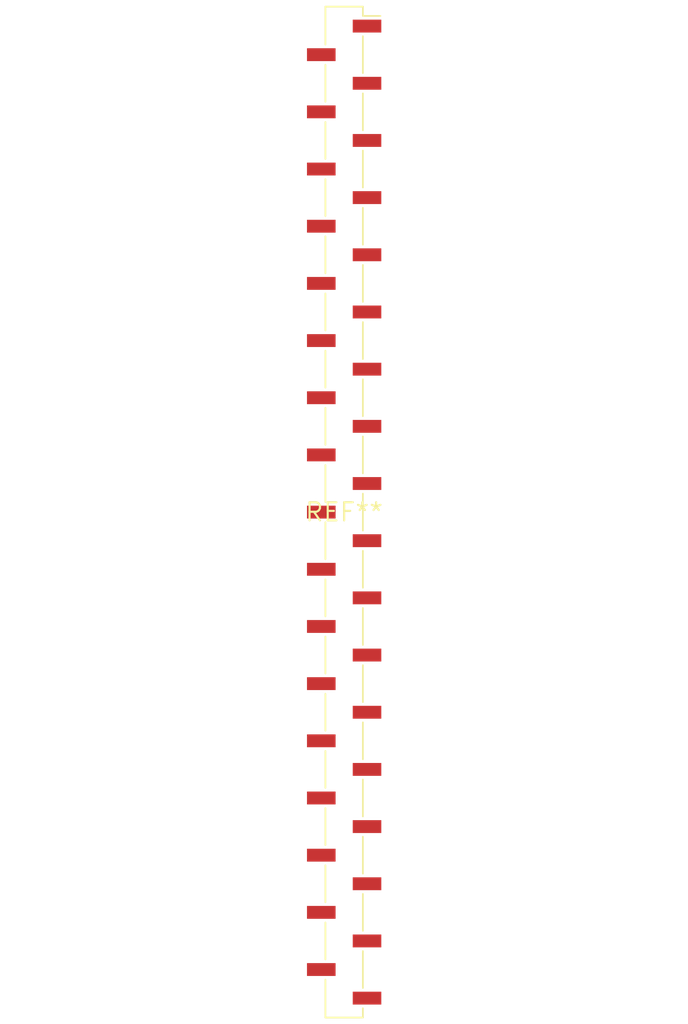
<source format=kicad_pcb>
(kicad_pcb (version 20240108) (generator pcbnew)
  (layers (0 "F.Cu" signal) (31 "B.Cu" signal) (34 "B.Paste" user) (35 "F.Paste" user) (36 "B.SilkS" user "B.Silkscreen") (37 "F.SilkS" user "F.Silkscreen") (38 "B.Mask" user) (39 "F.Mask" user) (44 "Edge.Cuts" user))
  (net 0 "")
  (footprint "PinSocket_1x35_P2.00mm_Vertical_SMD_Pin1Right" (layer "F.Cu") (at 0 0)
    (property "Reference" "REF**")
    (property "Value" "PinSocket_1x35_P2.00mm_Vertical_SMD_Pin1Right")
    (fp_line (start -1.31 -35.36) (end -1.31 -32.71) (layer "F.SilkS") (stroke (width 0.12)))
    (fp_line (start -1.31 -35.36) (end 1.31 -35.36) (layer "F.SilkS") (stroke (width 0.12)))
    (fp_line (start -1.31 -31.29) (end -1.31 -28.71) (layer "F.SilkS") (stroke (width 0.12)))
    (fp_line (start -1.31 -27.29) (end -1.31 -24.71) (layer "F.SilkS") (stroke (width 0.12)))
    (fp_line (start -1.31 -23.29) (end -1.31 -20.71) (layer "F.SilkS") (stroke (width 0.12)))
    (fp_line (start -1.31 -19.29) (end -1.31 -16.71) (layer "F.SilkS") (stroke (width 0.12)))
    (fp_line (start -1.31 -15.29) (end -1.31 -12.71) (layer "F.SilkS") (stroke (width 0.12)))
    (fp_line (start -1.31 -11.29) (end -1.31 -8.71) (layer "F.SilkS") (stroke (width 0.12)))
    (fp_line (start -1.31 -7.29) (end -1.31 -4.71) (layer "F.SilkS") (stroke (width 0.12)))
    (fp_line (start -1.31 -3.29) (end -1.31 -0.71) (layer "F.SilkS") (stroke (width 0.12)))
    (fp_line (start -1.31 0.71) (end -1.31 3.29) (layer "F.SilkS") (stroke (width 0.12)))
    (fp_line (start -1.31 4.71) (end -1.31 7.29) (layer "F.SilkS") (stroke (width 0.12)))
    (fp_line (start -1.31 8.71) (end -1.31 11.29) (layer "F.SilkS") (stroke (width 0.12)))
    (fp_line (start -1.31 12.71) (end -1.31 15.29) (layer "F.SilkS") (stroke (width 0.12)))
    (fp_line (start -1.31 16.71) (end -1.31 19.29) (layer "F.SilkS") (stroke (width 0.12)))
    (fp_line (start -1.31 20.71) (end -1.31 23.29) (layer "F.SilkS") (stroke (width 0.12)))
    (fp_line (start -1.31 24.71) (end -1.31 27.29) (layer "F.SilkS") (stroke (width 0.12)))
    (fp_line (start -1.31 28.71) (end -1.31 31.29) (layer "F.SilkS") (stroke (width 0.12)))
    (fp_line (start -1.31 32.71) (end -1.31 35.36) (layer "F.SilkS") (stroke (width 0.12)))
    (fp_line (start -1.31 35.36) (end 1.31 35.36) (layer "F.SilkS") (stroke (width 0.12)))
    (fp_line (start 1.31 -35.36) (end 1.31 -34.71) (layer "F.SilkS") (stroke (width 0.12)))
    (fp_line (start 1.31 -34.71) (end 2.54 -34.71) (layer "F.SilkS") (stroke (width 0.12)))
    (fp_line (start 1.31 -33.29) (end 1.31 -30.71) (layer "F.SilkS") (stroke (width 0.12)))
    (fp_line (start 1.31 -29.29) (end 1.31 -26.71) (layer "F.SilkS") (stroke (width 0.12)))
    (fp_line (start 1.31 -25.29) (end 1.31 -22.71) (layer "F.SilkS") (stroke (width 0.12)))
    (fp_line (start 1.31 -21.29) (end 1.31 -18.71) (layer "F.SilkS") (stroke (width 0.12)))
    (fp_line (start 1.31 -17.29) (end 1.31 -14.71) (layer "F.SilkS") (stroke (width 0.12)))
    (fp_line (start 1.31 -13.29) (end 1.31 -10.71) (layer "F.SilkS") (stroke (width 0.12)))
    (fp_line (start 1.31 -9.29) (end 1.31 -6.71) (layer "F.SilkS") (stroke (width 0.12)))
    (fp_line (start 1.31 -5.29) (end 1.31 -2.71) (layer "F.SilkS") (stroke (width 0.12)))
    (fp_line (start 1.31 -1.29) (end 1.31 1.29) (layer "F.SilkS") (stroke (width 0.12)))
    (fp_line (start 1.31 2.71) (end 1.31 5.29) (layer "F.SilkS") (stroke (width 0.12)))
    (fp_line (start 1.31 6.71) (end 1.31 9.29) (layer "F.SilkS") (stroke (width 0.12)))
    (fp_line (start 1.31 10.71) (end 1.31 13.29) (layer "F.SilkS") (stroke (width 0.12)))
    (fp_line (start 1.31 14.71) (end 1.31 17.29) (layer "F.SilkS") (stroke (width 0.12)))
    (fp_line (start 1.31 18.71) (end 1.31 21.29) (layer "F.SilkS") (stroke (width 0.12)))
    (fp_line (start 1.31 22.71) (end 1.31 25.29) (layer "F.SilkS") (stroke (width 0.12)))
    (fp_line (start 1.31 26.71) (end 1.31 29.29) (layer "F.SilkS") (stroke (width 0.12)))
    (fp_line (start 1.31 30.71) (end 1.31 33.29) (layer "F.SilkS") (stroke (width 0.12)))
    (fp_line (start 1.31 34.71) (end 1.31 35.36) (layer "F.SilkS") (stroke (width 0.12)))
    (pad "1" smd rect (at 1.6 -34) (size 2 0.9) (layers "F.Cu" "F.Paste" "F.Mask"))
    (pad "2" smd rect (at -1.6 -32) (size 2 0.9) (layers "F.Cu" "F.Paste" "F.Mask"))
    (pad "3" smd rect (at 1.6 -30) (size 2 0.9) (layers "F.Cu" "F.Paste" "F.Mask"))
    (pad "4" smd rect (at -1.6 -28) (size 2 0.9) (layers "F.Cu" "F.Paste" "F.Mask"))
    (pad "5" smd rect (at 1.6 -26) (size 2 0.9) (layers "F.Cu" "F.Paste" "F.Mask"))
    (pad "6" smd rect (at -1.6 -24) (size 2 0.9) (layers "F.Cu" "F.Paste" "F.Mask"))
    (pad "7" smd rect (at 1.6 -22) (size 2 0.9) (layers "F.Cu" "F.Paste" "F.Mask"))
    (pad "8" smd rect (at -1.6 -20) (size 2 0.9) (layers "F.Cu" "F.Paste" "F.Mask"))
    (pad "9" smd rect (at 1.6 -18) (size 2 0.9) (layers "F.Cu" "F.Paste" "F.Mask"))
    (pad "10" smd rect (at -1.6 -16) (size 2 0.9) (layers "F.Cu" "F.Paste" "F.Mask"))
    (pad "11" smd rect (at 1.6 -14) (size 2 0.9) (layers "F.Cu" "F.Paste" "F.Mask"))
    (pad "12" smd rect (at -1.6 -12) (size 2 0.9) (layers "F.Cu" "F.Paste" "F.Mask"))
    (pad "13" smd rect (at 1.6 -10) (size 2 0.9) (layers "F.Cu" "F.Paste" "F.Mask"))
    (pad "14" smd rect (at -1.6 -8) (size 2 0.9) (layers "F.Cu" "F.Paste" "F.Mask"))
    (pad "15" smd rect (at 1.6 -6) (size 2 0.9) (layers "F.Cu" "F.Paste" "F.Mask"))
    (pad "16" smd rect (at -1.6 -4) (size 2 0.9) (layers "F.Cu" "F.Paste" "F.Mask"))
    (pad "17" smd rect (at 1.6 -2) (size 2 0.9) (layers "F.Cu" "F.Paste" "F.Mask"))
    (pad "18" smd rect (at -1.6 0) (size 2 0.9) (layers "F.Cu" "F.Paste" "F.Mask"))
    (pad "19" smd rect (at 1.6 2) (size 2 0.9) (layers "F.Cu" "F.Paste" "F.Mask"))
    (pad "20" smd rect (at -1.6 4) (size 2 0.9) (layers "F.Cu" "F.Paste" "F.Mask"))
    (pad "21" smd rect (at 1.6 6) (size 2 0.9) (layers "F.Cu" "F.Paste" "F.Mask"))
    (pad "22" smd rect (at -1.6 8) (size 2 0.9) (layers "F.Cu" "F.Paste" "F.Mask"))
    (pad "23" smd rect (at 1.6 10) (size 2 0.9) (layers "F.Cu" "F.Paste" "F.Mask"))
    (pad "24" smd rect (at -1.6 12) (size 2 0.9) (layers "F.Cu" "F.Paste" "F.Mask"))
    (pad "25" smd rect (at 1.6 14) (size 2 0.9) (layers "F.Cu" "F.Paste" "F.Mask"))
    (pad "26" smd rect (at -1.6 16) (size 2 0.9) (layers "F.Cu" "F.Paste" "F.Mask"))
    (pad "27" smd rect (at 1.6 18) (size 2 0.9) (layers "F.Cu" "F.Paste" "F.Mask"))
    (pad "28" smd rect (at -1.6 20) (size 2 0.9) (layers "F.Cu" "F.Paste" "F.Mask"))
    (pad "29" smd rect (at 1.6 22) (size 2 0.9) (layers "F.Cu" "F.Paste" "F.Mask"))
    (pad "30" smd rect (at -1.6 24) (size 2 0.9) (layers "F.Cu" "F.Paste" "F.Mask"))
    (pad "31" smd rect (at 1.6 26) (size 2 0.9) (layers "F.Cu" "F.Paste" "F.Mask"))
    (pad "32" smd rect (at -1.6 28) (size 2 0.9) (layers "F.Cu" "F.Paste" "F.Mask"))
    (pad "33" smd rect (at 1.6 30) (size 2 0.9) (layers "F.Cu" "F.Paste" "F.Mask"))
    (pad "34" smd rect (at -1.6 32) (size 2 0.9) (layers "F.Cu" "F.Paste" "F.Mask"))
    (pad "35" smd rect (at 1.6 34) (size 2 0.9) (layers "F.Cu" "F.Paste" "F.Mask"))
  )
)
</source>
